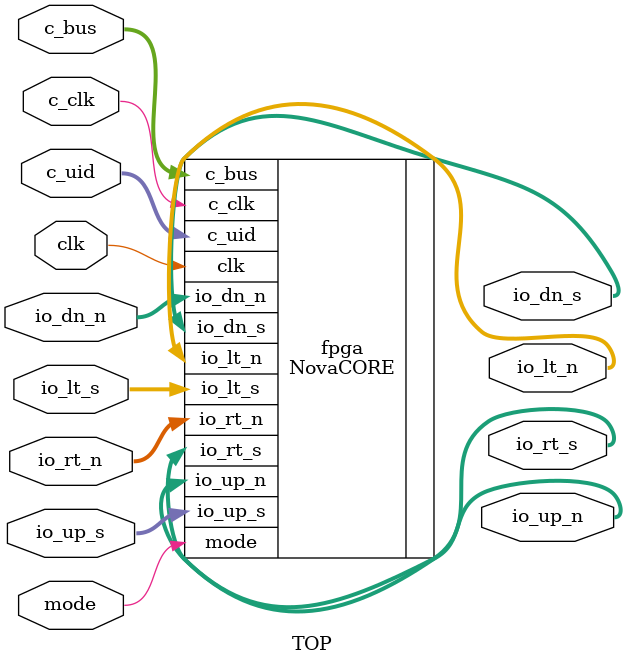
<source format=v>
module TOP(
		clk,

		mode,
		c_bus,
		c_uid,
		c_clk,

		io_up_n,
		io_up_s,
		io_dn_n,
		io_dn_s,
		io_lt_n,
		io_lt_s,
		io_rt_n,
		io_rt_s
	);

	input clk;

	input mode;
	input [57:0] c_bus;
	input [7:0] c_uid;
	input c_clk;

	output [48:0] io_up_n;
	input [48:0] io_up_s;
	input [48:0] io_dn_n;
	output [48:0] io_dn_s;
	output [48:0] io_lt_n;
	input [48:0] io_lt_s;
	input [48:0] io_rt_n;
	output [48:0] io_rt_s;

	NovaCORE#(1, 7, 14, 2, 1, 4, 1, 8) fpga(
		.clk(clk),

		.mode(mode),
		.c_bus(c_bus),
		.c_uid(c_uid),
		.c_clk(c_clk),

		.io_up_n(io_up_n),
		.io_up_s(io_up_s),
		.io_dn_n(io_dn_n),
		.io_dn_s(io_dn_s),
		.io_lt_n(io_lt_n),
		.io_lt_s(io_lt_s),
		.io_rt_n(io_rt_n),
		.io_rt_s(io_rt_s)
	);

endmodule

</source>
